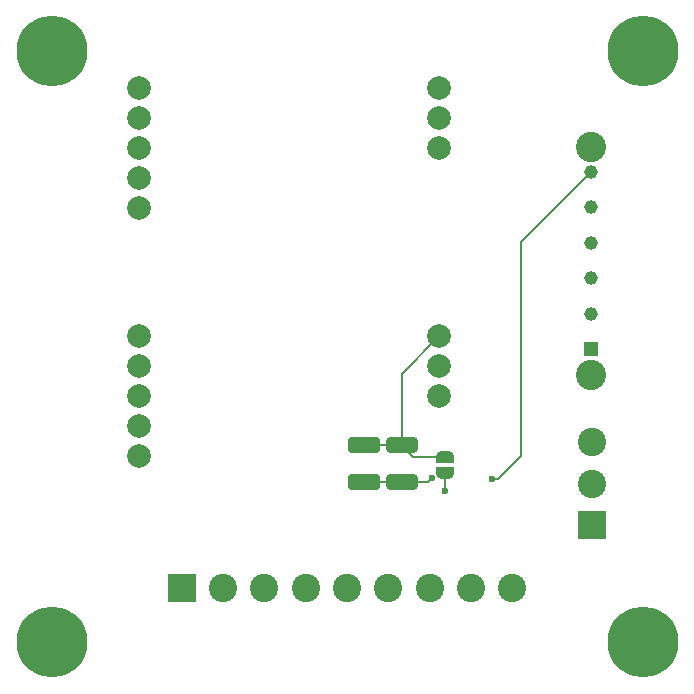
<source format=gbl>
%TF.GenerationSoftware,KiCad,Pcbnew,9.0.0*%
%TF.CreationDate,2025-04-09T17:27:32-07:00*%
%TF.ProjectId,Relay Board,52656c61-7920-4426-9f61-72642e6b6963,rev?*%
%TF.SameCoordinates,Original*%
%TF.FileFunction,Copper,L2,Bot*%
%TF.FilePolarity,Positive*%
%FSLAX46Y46*%
G04 Gerber Fmt 4.6, Leading zero omitted, Abs format (unit mm)*
G04 Created by KiCad (PCBNEW 9.0.0) date 2025-04-09 17:27:32*
%MOMM*%
%LPD*%
G01*
G04 APERTURE LIST*
G04 Aperture macros list*
%AMRoundRect*
0 Rectangle with rounded corners*
0 $1 Rounding radius*
0 $2 $3 $4 $5 $6 $7 $8 $9 X,Y pos of 4 corners*
0 Add a 4 corners polygon primitive as box body*
4,1,4,$2,$3,$4,$5,$6,$7,$8,$9,$2,$3,0*
0 Add four circle primitives for the rounded corners*
1,1,$1+$1,$2,$3*
1,1,$1+$1,$4,$5*
1,1,$1+$1,$6,$7*
1,1,$1+$1,$8,$9*
0 Add four rect primitives between the rounded corners*
20,1,$1+$1,$2,$3,$4,$5,0*
20,1,$1+$1,$4,$5,$6,$7,0*
20,1,$1+$1,$6,$7,$8,$9,0*
20,1,$1+$1,$8,$9,$2,$3,0*%
%AMFreePoly0*
4,1,23,0.500000,-0.750000,0.000000,-0.750000,0.000000,-0.745722,-0.065263,-0.745722,-0.191342,-0.711940,-0.304381,-0.646677,-0.396677,-0.554381,-0.461940,-0.441342,-0.495722,-0.315263,-0.495722,-0.250000,-0.500000,-0.250000,-0.500000,0.250000,-0.495722,0.250000,-0.495722,0.315263,-0.461940,0.441342,-0.396677,0.554381,-0.304381,0.646677,-0.191342,0.711940,-0.065263,0.745722,0.000000,0.745722,
0.000000,0.750000,0.500000,0.750000,0.500000,-0.750000,0.500000,-0.750000,$1*%
%AMFreePoly1*
4,1,23,0.000000,0.745722,0.065263,0.745722,0.191342,0.711940,0.304381,0.646677,0.396677,0.554381,0.461940,0.441342,0.495722,0.315263,0.495722,0.250000,0.500000,0.250000,0.500000,-0.250000,0.495722,-0.250000,0.495722,-0.315263,0.461940,-0.441342,0.396677,-0.554381,0.304381,-0.646677,0.191342,-0.711940,0.065263,-0.745722,0.000000,-0.745722,0.000000,-0.750000,-0.500000,-0.750000,
-0.500000,0.750000,0.000000,0.750000,0.000000,0.745722,0.000000,0.745722,$1*%
G04 Aperture macros list end*
%TA.AperFunction,SMDPad,CuDef*%
%ADD10FreePoly0,270.000000*%
%TD*%
%TA.AperFunction,SMDPad,CuDef*%
%ADD11FreePoly1,270.000000*%
%TD*%
%TA.AperFunction,SMDPad,CuDef*%
%ADD12RoundRect,0.250000X-1.075000X0.400000X-1.075000X-0.400000X1.075000X-0.400000X1.075000X0.400000X0*%
%TD*%
%TA.AperFunction,SMDPad,CuDef*%
%ADD13RoundRect,0.250000X1.100000X-0.412500X1.100000X0.412500X-1.100000X0.412500X-1.100000X-0.412500X0*%
%TD*%
%TA.AperFunction,ComponentPad*%
%ADD14C,2.000000*%
%TD*%
%TA.AperFunction,ComponentPad*%
%ADD15R,1.170000X1.170000*%
%TD*%
%TA.AperFunction,ComponentPad*%
%ADD16C,1.170000*%
%TD*%
%TA.AperFunction,ComponentPad*%
%ADD17C,2.560000*%
%TD*%
%TA.AperFunction,ComponentPad*%
%ADD18R,2.400000X2.400000*%
%TD*%
%TA.AperFunction,ComponentPad*%
%ADD19C,2.400000*%
%TD*%
%TA.AperFunction,ComponentPad*%
%ADD20C,6.000000*%
%TD*%
%TA.AperFunction,ViaPad*%
%ADD21C,0.600000*%
%TD*%
%TA.AperFunction,Conductor*%
%ADD22C,0.200000*%
%TD*%
G04 APERTURE END LIST*
D10*
%TO.P,JP2,1,A*%
%TO.N,GND*%
X133700000Y-130350000D03*
D11*
%TO.P,JP2,2,B*%
%TO.N,Net-(IC1-VC_SEL)*%
X133700000Y-131650000D03*
%TD*%
D12*
%TO.P,R2,1*%
%TO.N,GND*%
X130000000Y-129350000D03*
%TO.P,R2,2*%
%TO.N,Net-(IC1-IMON)*%
X130000000Y-132450000D03*
%TD*%
D13*
%TO.P,C2,1*%
%TO.N,Net-(IC1-IMON)*%
X126800000Y-132462500D03*
%TO.P,C2,2*%
%TO.N,GND*%
X126800000Y-129337500D03*
%TD*%
D14*
%TO.P,K2,*%
%TO.N,*%
X107800000Y-106740000D03*
X107800000Y-101660000D03*
%TO.P,K2,1,Signal*%
%TO.N,Net-(J1-Pin_4)*%
X133200000Y-104200000D03*
%TO.P,K2,2,5v*%
%TO.N,5v*%
X133200000Y-101660000D03*
%TO.P,K2,3,Gnd*%
%TO.N,GND*%
X133200000Y-99120000D03*
%TO.P,K2,4*%
%TO.N,Net-(J2-Pin_6)*%
X107800000Y-99120000D03*
%TO.P,K2,5*%
%TO.N,Net-(J2-Pin_5)*%
X107800000Y-104200000D03*
%TO.P,K2,6*%
%TO.N,Net-(J2-Pin_4)*%
X107800000Y-109280000D03*
%TD*%
D15*
%TO.P,J1,1,Pin_1*%
%TO.N,5v*%
X146000000Y-121200000D03*
D16*
%TO.P,J1,2,Pin_2*%
%TO.N,GND*%
X146000000Y-118200000D03*
%TO.P,J1,3,Pin_3*%
%TO.N,Net-(J1-Pin_3)*%
X146000000Y-115200000D03*
%TO.P,J1,4,Pin_4*%
%TO.N,Net-(J1-Pin_4)*%
X146000000Y-112200000D03*
%TO.P,J1,5,Pin_5*%
%TO.N,Net-(IC1-FLAG)*%
X146000000Y-109200000D03*
%TO.P,J1,6,Pin_6*%
%TO.N,Net-(IC1-EN)*%
X146000000Y-106200000D03*
D17*
%TO.P,J1,7*%
%TO.N,N/C*%
X146000000Y-123350000D03*
%TO.P,J1,8*%
X146000000Y-104050000D03*
%TD*%
D18*
%TO.P,J2,1,Pin_1*%
%TO.N,Net-(J2-Pin_1)*%
X111378214Y-141400000D03*
D19*
%TO.P,J2,2,Pin_2*%
%TO.N,Net-(J2-Pin_2)*%
X114878214Y-141400000D03*
%TO.P,J2,3,Pin_3*%
%TO.N,Net-(J2-Pin_3)*%
X118378214Y-141400000D03*
%TO.P,J2,4,Pin_4*%
%TO.N,Net-(J2-Pin_4)*%
X121878214Y-141400000D03*
%TO.P,J2,5,Pin_5*%
%TO.N,Net-(J2-Pin_5)*%
X125378214Y-141400000D03*
%TO.P,J2,6,Pin_6*%
%TO.N,Net-(J2-Pin_6)*%
X128878214Y-141400000D03*
%TO.P,J2,7,Pin_7*%
%TO.N,GND*%
X132378214Y-141400000D03*
%TO.P,J2,8,Pin_8*%
X135878214Y-141400000D03*
%TO.P,J2,9,Pin_9*%
X139378214Y-141400000D03*
%TD*%
D20*
%TO.P,REF\u002A\u002A,1*%
%TO.N,GND*%
X150400000Y-146000000D03*
%TD*%
%TO.P,REF\u002A\u002A,1*%
%TO.N,GND*%
X100400000Y-146000000D03*
%TD*%
D18*
%TO.P,J3,1,Pin_1*%
%TO.N,Net-(IC1-SRC_1)*%
X146100000Y-136100000D03*
D19*
%TO.P,J3,2,Pin_2*%
X146100000Y-132600000D03*
%TO.P,J3,3,Pin_3*%
X146100000Y-129100000D03*
%TD*%
D20*
%TO.P,REF\u002A\u002A,1*%
%TO.N,GND*%
X150400000Y-96000000D03*
%TD*%
D14*
%TO.P,K1,*%
%TO.N,*%
X107800000Y-127740000D03*
X107800000Y-122660000D03*
%TO.P,K1,1,Signal*%
%TO.N,Net-(J1-Pin_3)*%
X133200000Y-125200000D03*
%TO.P,K1,2,5v*%
%TO.N,5v*%
X133200000Y-122660000D03*
%TO.P,K1,3,Gnd*%
%TO.N,GND*%
X133200000Y-120120000D03*
%TO.P,K1,4*%
%TO.N,Net-(J2-Pin_3)*%
X107800000Y-120120000D03*
%TO.P,K1,5*%
%TO.N,Net-(J2-Pin_2)*%
X107800000Y-125200000D03*
%TO.P,K1,6*%
%TO.N,Net-(J2-Pin_1)*%
X107800000Y-130280000D03*
%TD*%
D20*
%TO.P,REF\u002A\u002A,1*%
%TO.N,GND*%
X100400000Y-96000000D03*
%TD*%
D21*
%TO.N,Net-(IC1-VC_SEL)*%
X133700000Y-133200000D03*
%TO.N,Net-(IC1-EN)*%
X137674999Y-132196529D03*
%TO.N,Net-(IC1-IMON)*%
X132550000Y-132150000D03*
%TD*%
D22*
%TO.N,Net-(IC1-IMON)*%
X132250000Y-132450000D02*
X130000000Y-132450000D01*
X132550000Y-132150000D02*
X132250000Y-132450000D01*
%TO.N,GND*%
X131000000Y-130350000D02*
X130000000Y-129350000D01*
X133700000Y-130350000D02*
X131000000Y-130350000D01*
%TO.N,Net-(IC1-VC_SEL)*%
X133700000Y-133200000D02*
X133700000Y-131650000D01*
%TO.N,Net-(IC1-EN)*%
X140100000Y-112100000D02*
X146000000Y-106200000D01*
X140100000Y-130250000D02*
X140100000Y-112100000D01*
X138153471Y-132196529D02*
X140100000Y-130250000D01*
X137674999Y-132196529D02*
X138153471Y-132196529D01*
%TO.N,GND*%
X130000000Y-123320000D02*
X133200000Y-120120000D01*
X130000000Y-129350000D02*
X130000000Y-123320000D01*
X126800000Y-129337500D02*
X129987500Y-129337500D01*
X129987500Y-129337500D02*
X130000000Y-129350000D01*
%TO.N,Net-(IC1-IMON)*%
X129637500Y-132462500D02*
X126800000Y-132462500D01*
X129650000Y-132450000D02*
X129637500Y-132462500D01*
X130000000Y-132450000D02*
X129650000Y-132450000D01*
%TD*%
M02*

</source>
